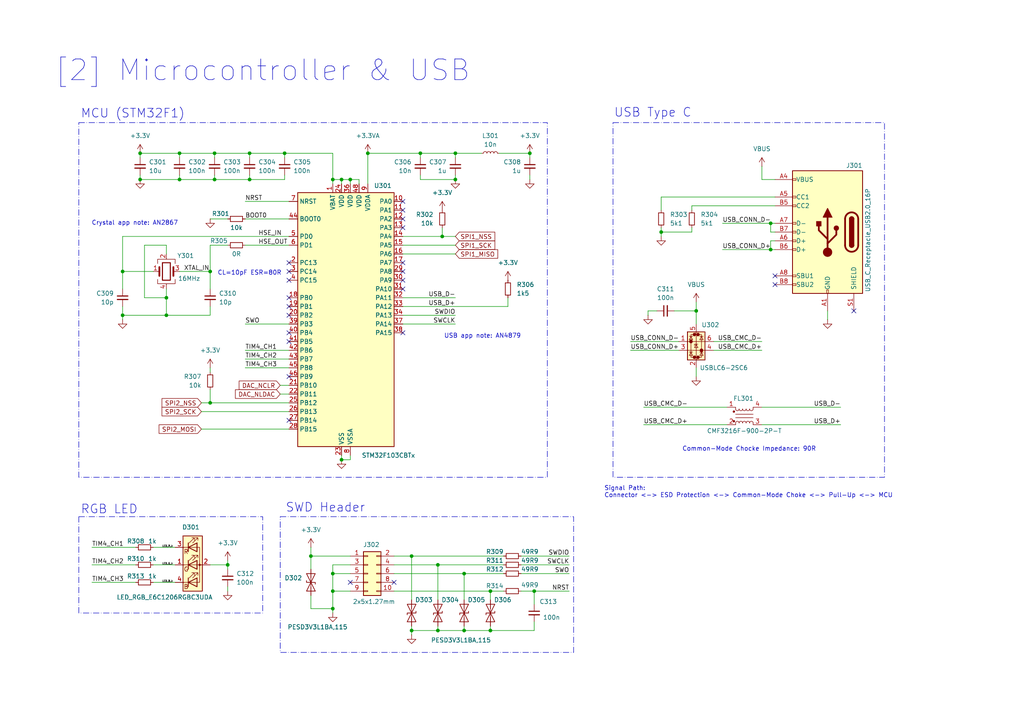
<source format=kicad_sch>
(kicad_sch (version 20231120) (generator "eeschema") (generator_version "8.0")
  (paper "A4")
  (title_block (title "Mixed-Signal Demo PCB") (rev "0.1") (company "Ricardo Cárdenes"))
  (lib_symbols
    (symbol "Connector:USB_C_Receptacle_USB2.0_16P" (pin_names (offset 1.016))
      (property "Reference" "J" (at 0 22.225 0))
      (property "Value" "USB_C_Receptacle_USB2.0_16P" (at 0 19.685 0))
      (symbol "USB_C_Receptacle_USB2.0_16P_1_1"
        (pin passive line (at 0 -22.86 90) (length 5.08) (name "GND") (number "A1"))
        (pin passive line (at 0 -22.86 90) (length 5.08) hide (name "GND") (number "A12"))
        (pin passive line (at 15.24 15.24 180) (length 5.08) (name "VBUS") (number "A4"))
        (pin bidirectional line (at 15.24 10.16 180) (length 5.08) (name "CC1") (number "A5"))
        (pin bidirectional line (at 15.24 -2.54 180) (length 5.08) (name "D+") (number "A6"))
        (pin bidirectional line (at 15.24 2.54 180) (length 5.08) (name "D-") (number "A7"))
        (pin bidirectional line (at 15.24 -12.7 180) (length 5.08) (name "SBU1") (number "A8"))
        (pin passive line (at 15.24 15.24 180) (length 5.08) hide (name "VBUS") (number "A9"))
        (pin passive line (at 0 -22.86 90) (length 5.08) hide (name "GND") (number "B1"))
        (pin passive line (at 0 -22.86 90) (length 5.08) hide (name "GND") (number "B12"))
        (pin passive line (at 15.24 15.24 180) (length 5.08) hide (name "VBUS") (number "B4"))
        (pin bidirectional line (at 15.24 7.62 180) (length 5.08) (name "CC2") (number "B5"))
        (pin bidirectional line (at 15.24 -5.08 180) (length 5.08) (name "D+") (number "B6"))
        (pin bidirectional line (at 15.24 0 180) (length 5.08) (name "D-") (number "B7"))
        (pin bidirectional line (at 15.24 -15.24 180) (length 5.08) (name "SBU2") (number "B8"))
        (pin passive line (at 15.24 15.24 180) (length 5.08) hide (name "VBUS") (number "B9"))
        (pin passive line (at -7.62 -22.86 90) (length 5.08) (name "SHIELD") (number "S1"))
      )
    )
    (symbol "Connector_Generic:Conn_02x05_Odd_Even" (pin_names (offset 1.016) hide)
      (property "Reference" "J" (at 1.27 7.62 0))
      (property "Value" "Conn_02x05_Odd_Even" (at 1.27 -7.62 0))
      (symbol "Conn_02x05_Odd_Even_1_1"
        (pin passive line (at -5.08 5.08 0) (length 3.81) (name "Pin_1") (number "1"))
        (pin passive line (at 7.62 -5.08 180) (length 3.81) (name "Pin_10") (number "10"))
        (pin passive line (at 7.62 5.08 180) (length 3.81) (name "Pin_2") (number "2"))
        (pin passive line (at -5.08 2.54 0) (length 3.81) (name "Pin_3") (number "3"))
        (pin passive line (at 7.62 2.54 180) (length 3.81) (name "Pin_4") (number "4"))
        (pin passive line (at -5.08 0 0) (length 3.81) (name "Pin_5") (number "5"))
        (pin passive line (at 7.62 0 180) (length 3.81) (name "Pin_6") (number "6"))
        (pin passive line (at -5.08 -2.54 0) (length 3.81) (name "Pin_7") (number "7"))
        (pin passive line (at 7.62 -2.54 180) (length 3.81) (name "Pin_8") (number "8"))
        (pin passive line (at -5.08 -5.08 0) (length 3.81) (name "Pin_9") (number "9"))
      )
    )
    (symbol "Device:C_Small" (pin_numbers hide) (pin_names (offset 0.254) hide)
      (property "Reference" "C" (at 0.254 1.778 0))
      (property "Value" "C_Small" (at 0.254 -2.032 0))
      (symbol "C_Small_1_1"
        (pin passive line (at 0 2.54 270) (length 2.032) (name "~") (number "1"))
        (pin passive line (at 0 -2.54 90) (length 2.032) (name "~") (number "2"))
      )
    )
    (symbol "Device:Crystal_GND24" (pin_names (offset 1.016) hide)
      (property "Reference" "Y" (at 3.175 5.08 0))
      (property "Value" "Crystal_GND24" (at 3.175 3.175 0))
      (symbol "Crystal_GND24_1_1"
        (pin passive line (at -3.81 0 0) (length 1.27) (name "1") (number "1"))
        (pin passive line (at 0 5.08 270) (length 1.27) (name "2") (number "2"))
        (pin passive line (at 3.81 0 180) (length 1.27) (name "3") (number "3"))
        (pin passive line (at 0 -5.08 90) (length 1.27) (name "4") (number "4"))
      )
    )
    (symbol "Device:Filter_EMI_LL_1423" (pin_names hide)
      (property "Reference" "FL" (at 0 4.445 0))
      (property "Value" "Filter_EMI_LL_1423" (at 0 -4.445 0))
      (symbol "Filter_EMI_LL_1423_1_1"
        (pin passive line (at -5.08 -2.54 0) (length 2.54) (name "1") (number "1"))
        (pin passive line (at -5.08 2.54 0) (length 2.54) (name "2") (number "2"))
        (pin passive line (at 5.08 2.54 180) (length 2.54) (name "3") (number "3"))
        (pin passive line (at 5.08 -2.54 180) (length 2.54) (name "4") (number "4"))
      )
    )
    (symbol "Device:LED_GARB" (pin_names (offset 0) hide)
      (property "Reference" "D" (at 0 9.398 0))
      (property "Value" "LED_GARB" (at 0 -8.89 0))
      (symbol "LED_GARB_0_0"
        (text "B" (at -1.905 -6.35 0) (effects (font (size 1.27 1.27))))
        (text "G" (at -1.905 -1.27 0) (effects (font (size 1.27 1.27))))
        (text "R" (at -1.905 3.81 0) (effects (font (size 1.27 1.27))))
      )
      (symbol "LED_GARB_1_1"
        (pin passive line (at -5.08 0 0) (length 2.54) (name "GK") (number "1"))
        (pin passive line (at 5.08 0 180) (length 2.54) (name "A") (number "2"))
        (pin passive line (at -5.08 5.08 0) (length 2.54) (name "RK") (number "3"))
        (pin passive line (at -5.08 -5.08 0) (length 2.54) (name "BK") (number "4"))
      )
    )
    (symbol "Device:L_Small" (pin_numbers hide) (pin_names (offset 0.254) hide)
      (property "Reference" "L" (at 0.762 1.016 0))
      (property "Value" "L_Small" (at 0.762 -1.016 0))
      (symbol "L_Small_1_1"
        (pin passive line (at 0 2.54 270) (length 0.508) (name "~") (number "1"))
        (pin passive line (at 0 -2.54 90) (length 0.508) (name "~") (number "2"))
      )
    )
    (symbol "Device:R_Small" (pin_numbers hide) (pin_names (offset 0.254) hide)
      (property "Reference" "R" (at 0.762 0.508 0))
      (property "Value" "R_Small" (at 0.762 -1.016 0))
      (symbol "R_Small_1_1"
        (pin passive line (at 0 2.54 270) (length 0.762) (name "~") (number "1"))
        (pin passive line (at 0 -2.54 90) (length 0.762) (name "~") (number "2"))
      )
    )
    (symbol "Diode:SD05_SOD323" (pin_numbers hide) (pin_names (offset 1.016) hide)
      (property "Reference" "D" (at 0 2.54 0))
      (property "Value" "SD05_SOD323" (at 0 -2.54 0))
      (symbol "SD05_SOD323_1_1"
        (pin passive line (at -3.81 0 0) (length 2.54) (name "A1") (number "1"))
        (pin passive line (at 3.81 0 180) (length 2.54) (name "A2") (number "2"))
      )
    )
    (symbol "MCU_ST_STM32F1:STM32F103CBTx"
      (property "Reference" "U" (at -12.7 39.37 0))
      (property "Value" "STM32F103CBTx" (at 10.16 39.37 0))
      (symbol "STM32F103CBTx_1_1"
        (pin power_in line (at -2.54 40.64 270) (length 2.54) (name "VBAT") (number "1"))
        (pin bidirectional line (at 17.78 35.56 180) (length 2.54) (name "PA0") (number "10"))
        (pin bidirectional line (at 17.78 33.02 180) (length 2.54) (name "PA1") (number "11"))
        (pin bidirectional line (at 17.78 30.48 180) (length 2.54) (name "PA2") (number "12"))
        (pin bidirectional line (at 17.78 27.94 180) (length 2.54) (name "PA3") (number "13"))
        (pin bidirectional line (at 17.78 25.4 180) (length 2.54) (name "PA4") (number "14"))
        (pin bidirectional line (at 17.78 22.86 180) (length 2.54) (name "PA5") (number "15"))
        (pin bidirectional line (at 17.78 20.32 180) (length 2.54) (name "PA6") (number "16"))
        (pin bidirectional line (at 17.78 17.78 180) (length 2.54) (name "PA7") (number "17"))
        (pin bidirectional line (at -15.24 7.62 0) (length 2.54) (name "PB0") (number "18"))
        (pin bidirectional line (at -15.24 5.08 0) (length 2.54) (name "PB1") (number "19"))
        (pin bidirectional line (at -15.24 17.78 0) (length 2.54) (name "PC13") (number "2"))
        (pin bidirectional line (at -15.24 2.54 0) (length 2.54) (name "PB2") (number "20"))
        (pin bidirectional line (at -15.24 -17.78 0) (length 2.54) (name "PB10") (number "21"))
        (pin bidirectional line (at -15.24 -20.32 0) (length 2.54) (name "PB11") (number "22"))
        (pin power_in line (at 0 -38.1 90) (length 2.54) (name "VSS") (number "23"))
        (pin power_in line (at 0 40.64 270) (length 2.54) (name "VDD") (number "24"))
        (pin bidirectional line (at -15.24 -22.86 0) (length 2.54) (name "PB12") (number "25"))
        (pin bidirectional line (at -15.24 -25.4 0) (length 2.54) (name "PB13") (number "26"))
        (pin bidirectional line (at -15.24 -27.94 0) (length 2.54) (name "PB14") (number "27"))
        (pin bidirectional line (at -15.24 -30.48 0) (length 2.54) (name "PB15") (number "28"))
        (pin bidirectional line (at 17.78 15.24 180) (length 2.54) (name "PA8") (number "29"))
        (pin bidirectional line (at -15.24 15.24 0) (length 2.54) (name "PC14") (number "3"))
        (pin bidirectional line (at 17.78 12.7 180) (length 2.54) (name "PA9") (number "30"))
        (pin bidirectional line (at 17.78 10.16 180) (length 2.54) (name "PA10") (number "31"))
        (pin bidirectional line (at 17.78 7.62 180) (length 2.54) (name "PA11") (number "32"))
        (pin bidirectional line (at 17.78 5.08 180) (length 2.54) (name "PA12") (number "33"))
        (pin bidirectional line (at 17.78 2.54 180) (length 2.54) (name "PA13") (number "34"))
        (pin passive line (at 0 -38.1 90) (length 2.54) hide (name "VSS") (number "35"))
        (pin power_in line (at 2.54 40.64 270) (length 2.54) (name "VDD") (number "36"))
        (pin bidirectional line (at 17.78 0 180) (length 2.54) (name "PA14") (number "37"))
        (pin bidirectional line (at 17.78 -2.54 180) (length 2.54) (name "PA15") (number "38"))
        (pin bidirectional line (at -15.24 0 0) (length 2.54) (name "PB3") (number "39"))
        (pin bidirectional line (at -15.24 12.7 0) (length 2.54) (name "PC15") (number "4"))
        (pin bidirectional line (at -15.24 -2.54 0) (length 2.54) (name "PB4") (number "40"))
        (pin bidirectional line (at -15.24 -5.08 0) (length 2.54) (name "PB5") (number "41"))
        (pin bidirectional line (at -15.24 -7.62 0) (length 2.54) (name "PB6") (number "42"))
        (pin bidirectional line (at -15.24 -10.16 0) (length 2.54) (name "PB7") (number "43"))
        (pin input line (at -15.24 30.48 0) (length 2.54) (name "BOOT0") (number "44"))
        (pin bidirectional line (at -15.24 -12.7 0) (length 2.54) (name "PB8") (number "45"))
        (pin bidirectional line (at -15.24 -15.24 0) (length 2.54) (name "PB9") (number "46"))
        (pin passive line (at 0 -38.1 90) (length 2.54) hide (name "VSS") (number "47"))
        (pin power_in line (at 5.08 40.64 270) (length 2.54) (name "VDD") (number "48"))
        (pin bidirectional line (at -15.24 25.4 0) (length 2.54) (name "PD0") (number "5"))
        (pin bidirectional line (at -15.24 22.86 0) (length 2.54) (name "PD1") (number "6"))
        (pin input line (at -15.24 35.56 0) (length 2.54) (name "NRST") (number "7"))
        (pin power_in line (at 2.54 -38.1 90) (length 2.54) (name "VSSA") (number "8"))
        (pin power_in line (at 7.62 40.64 270) (length 2.54) (name "VDDA") (number "9"))
      )
    )
    (symbol "Power_Protection:USBLC6-2SC6" (pin_names hide)
      (property "Reference" "U" (at 0.635 5.715 0))
      (property "Value" "USBLC6-2SC6" (at 0.635 3.81 0))
      (symbol "USBLC6-2SC6_1_1"
        (pin passive line (at -5.08 0 0) (length 2.54) (name "I/O1") (number "1"))
        (pin passive line (at 0 -7.62 90) (length 2.54) (name "GND") (number "2"))
        (pin passive line (at -5.08 -2.54 0) (length 2.54) (name "I/O2") (number "3"))
        (pin passive line (at 5.08 -2.54 180) (length 2.54) (name "I/O2") (number "4"))
        (pin passive line (at 0 5.08 270) (length 2.54) (name "VBUS") (number "5"))
        (pin passive line (at 5.08 0 180) (length 2.54) (name "I/O1") (number "6"))
      )
    )
    (symbol "power:+3.3V" (power) (pin_numbers hide) (pin_names (offset 0) hide)
      (property "Value" "+3.3V" (at 0 3.556 0))
      (symbol "+3.3V_1_1"
        (pin power_in line (at 0 0 90) (length 0) (name "~") (number "1"))
      )
    )
    (symbol "power:+3.3VA" (power) (pin_numbers hide) (pin_names (offset 0) hide)
      (property "Value" "+3.3VA" (at 0 3.556 0))
      (symbol "+3.3VA_1_1"
        (pin power_in line (at 0 0 90) (length 0) (name "~") (number "1"))
      )
    )
    (symbol "power:GND" (power) (pin_numbers hide) (pin_names (offset 0) hide)
      (property "Value" "GND" (at 0 -3.81 0))
      (symbol "GND_1_1"
        (pin power_in line (at 0 0 270) (length 0) (name "~") (number "1"))
      )
    )
    (symbol "power:VBUS" (power) (pin_numbers hide) (pin_names (offset 0) hide)
      (property "Value" "VBUS" (at 0 3.556 0))
      (symbol "VBUS_1_1"
        (pin power_in line (at 0 0 90) (length 0) (name "~") (number "1"))
      )
    )
  )
  (junction (at 134.62 182.88))
  (junction (at 127 163.83))
  (junction (at 96.52 171.45))
  (junction (at 121.92 44.45))
  (junction (at 96.52 176.53))
  (junction (at 134.62 166.37))
  (junction (at 82.55 44.45))
  (junction (at 132.08 44.45))
  (junction (at 201.93 90.17))
  (junction (at 62.23 52.07))
  (junction (at 128.27 68.58))
  (junction (at 66.04 163.83))
  (junction (at 35.56 78.74))
  (junction (at 72.39 44.45))
  (junction (at 62.23 44.45))
  (junction (at 154.94 171.45))
  (junction (at 48.26 91.44))
  (junction (at 191.77 67.31))
  (junction (at 40.64 52.07))
  (junction (at 223.52 72.39))
  (junction (at 48.26 86.36))
  (junction (at 119.38 161.29))
  (junction (at 119.38 182.88))
  (junction (at 72.39 52.07))
  (junction (at 142.24 171.45))
  (junction (at 96.52 166.37))
  (junction (at 60.96 78.74))
  (junction (at 223.52 64.77))
  (junction (at 96.52 52.07))
  (junction (at 60.96 116.84))
  (junction (at 132.08 52.07))
  (junction (at 52.07 52.07))
  (junction (at 106.68 44.45))
  (junction (at 52.07 44.45))
  (junction (at 35.56 91.44))
  (junction (at 90.17 161.29))
  (junction (at 99.06 52.07))
  (junction (at 99.06 133.35))
  (junction (at 153.67 44.45))
  (junction (at 101.6 52.07))
  (junction (at 142.24 182.88))
  (junction (at 127 182.88))
  (junction (at 40.64 44.45))
  (no_connect (at 116.84 83.82))
  (no_connect (at 116.84 60.96))
  (no_connect (at 116.84 58.42))
  (no_connect (at 83.82 121.92))
  (no_connect (at 83.82 99.06))
  (no_connect (at 83.82 81.28))
  (no_connect (at 116.84 66.04))
  (no_connect (at 83.82 86.36))
  (no_connect (at 83.82 78.74))
  (no_connect (at 116.84 78.74))
  (no_connect (at 247.65 90.17))
  (no_connect (at 101.6 168.91))
  (no_connect (at 224.79 82.55))
  (no_connect (at 224.79 80.01))
  (no_connect (at 116.84 96.52))
  (no_connect (at 83.82 76.2))
  (no_connect (at 114.3 168.91))
  (no_connect (at 116.84 81.28))
  (no_connect (at 116.84 63.5))
  (no_connect (at 83.82 88.9))
  (no_connect (at 83.82 109.22))
  (no_connect (at 83.82 91.44))
  (no_connect (at 116.84 76.2))
  (no_connect (at 83.82 96.52))
  (wire (pts (xy 223.52 67.31) (xy 223.52 64.77)))
  (wire (pts (xy 66.04 71.12) (xy 60.96 71.12)))
  (wire (pts (xy 240.03 90.17) (xy 240.03 92.71)))
  (wire (pts (xy 134.62 166.37) (xy 146.05 166.37)))
  (wire (pts (xy 224.79 59.69) (xy 200.66 59.69)))
  (wire (pts (xy 182.88 99.06) (xy 196.85 99.06)))
  (wire (pts (xy 142.24 171.45) (xy 142.24 173.99)))
  (wire (pts (xy 224.79 67.31) (xy 223.52 67.31)))
  (wire (pts (xy 72.39 44.45) (xy 72.39 45.72)))
  (wire (pts (xy 132.08 44.45) (xy 132.08 45.72)))
  (wire (pts (xy 60.96 78.74) (xy 60.96 83.82)))
  (wire (pts (xy 62.23 44.45) (xy 52.07 44.45)))
  (wire (pts (xy 220.98 118.11) (xy 243.84 118.11)))
  (wire (pts (xy 121.92 44.45) (xy 121.92 45.72)))
  (wire (pts (xy 104.14 52.07) (xy 101.6 52.07)))
  (wire (pts (xy 195.58 90.17) (xy 201.93 90.17)))
  (wire (pts (xy 26.67 163.83) (xy 39.37 163.83)))
  (wire (pts (xy 116.84 68.58) (xy 128.27 68.58)))
  (wire (pts (xy 116.84 91.44) (xy 132.08 91.44)))
  (wire (pts (xy 119.38 161.29) (xy 146.05 161.29)))
  (wire (pts (xy 58.42 119.38) (xy 83.82 119.38)))
  (wire (pts (xy 114.3 166.37) (xy 134.62 166.37)))
  (wire (pts (xy 186.69 123.19) (xy 210.82 123.19)))
  (wire (pts (xy 191.77 66.04) (xy 191.77 67.31)))
  (wire (pts (xy 96.52 171.45) (xy 101.6 171.45)))
  (wire (pts (xy 207.01 99.06) (xy 220.98 99.06)))
  (wire (pts (xy 83.82 68.58) (xy 35.56 68.58)))
  (wire (pts (xy 82.55 50.8) (xy 82.55 52.07)))
  (wire (pts (xy 154.94 171.45) (xy 154.94 175.26)))
  (wire (pts (xy 142.24 182.88) (xy 134.62 182.88)))
  (wire (pts (xy 190.5 90.17) (xy 187.96 90.17)))
  (wire (pts (xy 114.3 171.45) (xy 142.24 171.45)))
  (wire (pts (xy 223.52 69.85) (xy 223.52 72.39)))
  (wire (pts (xy 72.39 44.45) (xy 62.23 44.45)))
  (wire (pts (xy 127 181.61) (xy 127 182.88)))
  (wire (pts (xy 48.26 91.44) (xy 35.56 91.44)))
  (wire (pts (xy 114.3 163.83) (xy 127 163.83)))
  (wire (pts (xy 44.45 163.83) (xy 50.8 163.83)))
  (wire (pts (xy 121.92 52.07) (xy 121.92 50.8)))
  (wire (pts (xy 82.55 44.45) (xy 72.39 44.45)))
  (wire (pts (xy 96.52 44.45) (xy 82.55 44.45)))
  (wire (pts (xy 106.68 44.45) (xy 106.68 53.34)))
  (wire (pts (xy 90.17 161.29) (xy 90.17 165.1)))
  (wire (pts (xy 96.52 176.53) (xy 90.17 176.53)))
  (wire (pts (xy 209.55 64.77) (xy 223.52 64.77)))
  (wire (pts (xy 48.26 83.82) (xy 48.26 86.36)))
  (wire (pts (xy 66.04 162.56) (xy 66.04 163.83)))
  (wire (pts (xy 71.12 104.14) (xy 83.82 104.14)))
  (wire (pts (xy 223.52 72.39) (xy 224.79 72.39)))
  (wire (pts (xy 90.17 161.29) (xy 101.6 161.29)))
  (wire (pts (xy 106.68 44.45) (xy 121.92 44.45)))
  (wire (pts (xy 52.07 44.45) (xy 52.07 45.72)))
  (wire (pts (xy 35.56 78.74) (xy 35.56 83.82)))
  (wire (pts (xy 44.45 168.91) (xy 50.8 168.91)))
  (wire (pts (xy 132.08 52.07) (xy 121.92 52.07)))
  (wire (pts (xy 60.96 163.83) (xy 66.04 163.83)))
  (wire (pts (xy 52.07 78.74) (xy 60.96 78.74)))
  (wire (pts (xy 96.52 166.37) (xy 96.52 171.45)))
  (wire (pts (xy 209.55 72.39) (xy 223.52 72.39)))
  (wire (pts (xy 58.42 116.84) (xy 60.96 116.84)))
  (wire (pts (xy 116.84 88.9) (xy 147.32 88.9)))
  (wire (pts (xy 96.52 44.45) (xy 96.52 52.07)))
  (wire (pts (xy 116.84 73.66) (xy 132.08 73.66)))
  (wire (pts (xy 101.6 52.07) (xy 101.6 53.34)))
  (wire (pts (xy 220.98 48.26) (xy 220.98 52.07)))
  (wire (pts (xy 81.28 111.76) (xy 83.82 111.76)))
  (wire (pts (xy 127 163.83) (xy 127 173.99)))
  (wire (pts (xy 26.67 158.75) (xy 39.37 158.75)))
  (wire (pts (xy 191.77 57.15) (xy 191.77 60.96)))
  (wire (pts (xy 96.52 176.53) (xy 96.52 177.8)))
  (wire (pts (xy 134.62 182.88) (xy 127 182.88)))
  (wire (pts (xy 62.23 52.07) (xy 72.39 52.07)))
  (wire (pts (xy 44.45 158.75) (xy 50.8 158.75)))
  (wire (pts (xy 71.12 106.68) (xy 83.82 106.68)))
  (wire (pts (xy 71.12 71.12) (xy 83.82 71.12)))
  (wire (pts (xy 200.66 66.04) (xy 200.66 67.31)))
  (wire (pts (xy 147.32 86.36) (xy 147.32 88.9)))
  (wire (pts (xy 119.38 182.88) (xy 119.38 184.15)))
  (wire (pts (xy 48.26 73.66) (xy 48.26 71.12)))
  (wire (pts (xy 99.06 52.07) (xy 99.06 53.34)))
  (wire (pts (xy 186.69 118.11) (xy 210.82 118.11)))
  (wire (pts (xy 224.79 57.15) (xy 191.77 57.15)))
  (wire (pts (xy 99.06 132.08) (xy 99.06 133.35)))
  (wire (pts (xy 104.14 53.34) (xy 104.14 52.07)))
  (wire (pts (xy 52.07 50.8) (xy 52.07 52.07)))
  (wire (pts (xy 154.94 182.88) (xy 142.24 182.88)))
  (wire (pts (xy 71.12 63.5) (xy 83.82 63.5)))
  (wire (pts (xy 40.64 44.45) (xy 40.64 45.72)))
  (wire (pts (xy 151.13 166.37) (xy 165.1 166.37)))
  (wire (pts (xy 201.93 90.17) (xy 201.93 93.98)))
  (wire (pts (xy 40.64 50.8) (xy 40.64 52.07)))
  (wire (pts (xy 201.93 87.63) (xy 201.93 90.17)))
  (wire (pts (xy 224.79 69.85) (xy 223.52 69.85)))
  (wire (pts (xy 71.12 93.98) (xy 83.82 93.98)))
  (wire (pts (xy 151.13 171.45) (xy 154.94 171.45)))
  (wire (pts (xy 187.96 90.17) (xy 187.96 91.44)))
  (wire (pts (xy 132.08 44.45) (xy 139.7 44.45)))
  (wire (pts (xy 71.12 58.42) (xy 83.82 58.42)))
  (wire (pts (xy 71.12 101.6) (xy 83.82 101.6)))
  (wire (pts (xy 119.38 181.61) (xy 119.38 182.88)))
  (wire (pts (xy 90.17 176.53) (xy 90.17 172.72)))
  (wire (pts (xy 66.04 163.83) (xy 66.04 165.1)))
  (wire (pts (xy 200.66 67.31) (xy 191.77 67.31)))
  (wire (pts (xy 134.62 181.61) (xy 134.62 182.88)))
  (wire (pts (xy 52.07 52.07) (xy 62.23 52.07)))
  (wire (pts (xy 35.56 91.44) (xy 35.56 92.71)))
  (wire (pts (xy 41.91 86.36) (xy 48.26 86.36)))
  (wire (pts (xy 60.96 91.44) (xy 48.26 91.44)))
  (wire (pts (xy 48.26 71.12) (xy 41.91 71.12)))
  (wire (pts (xy 127 182.88) (xy 119.38 182.88)))
  (wire (pts (xy 96.52 163.83) (xy 96.52 166.37)))
  (wire (pts (xy 66.04 63.5) (xy 60.96 63.5)))
  (wire (pts (xy 200.66 59.69) (xy 200.66 60.96)))
  (wire (pts (xy 220.98 123.19) (xy 243.84 123.19)))
  (wire (pts (xy 72.39 52.07) (xy 82.55 52.07)))
  (wire (pts (xy 128.27 66.04) (xy 128.27 68.58)))
  (wire (pts (xy 121.92 44.45) (xy 132.08 44.45)))
  (wire (pts (xy 153.67 44.45) (xy 153.67 45.72)))
  (wire (pts (xy 60.96 106.68) (xy 60.96 107.95)))
  (wire (pts (xy 96.52 52.07) (xy 96.52 53.34)))
  (wire (pts (xy 154.94 180.34) (xy 154.94 182.88)))
  (wire (pts (xy 153.67 50.8) (xy 153.67 52.07)))
  (wire (pts (xy 52.07 44.45) (xy 40.64 44.45)))
  (wire (pts (xy 119.38 161.29) (xy 119.38 173.99)))
  (wire (pts (xy 90.17 158.75) (xy 90.17 161.29)))
  (wire (pts (xy 96.52 171.45) (xy 96.52 176.53)))
  (wire (pts (xy 116.84 93.98) (xy 132.08 93.98)))
  (wire (pts (xy 60.96 113.03) (xy 60.96 116.84)))
  (wire (pts (xy 101.6 52.07) (xy 99.06 52.07)))
  (wire (pts (xy 96.52 166.37) (xy 101.6 166.37)))
  (wire (pts (xy 26.67 168.91) (xy 39.37 168.91)))
  (wire (pts (xy 142.24 181.61) (xy 142.24 182.88)))
  (wire (pts (xy 48.26 86.36) (xy 48.26 91.44)))
  (wire (pts (xy 60.96 71.12) (xy 60.96 78.74)))
  (wire (pts (xy 151.13 163.83) (xy 165.1 163.83)))
  (wire (pts (xy 60.96 88.9) (xy 60.96 91.44)))
  (wire (pts (xy 60.96 116.84) (xy 83.82 116.84)))
  (wire (pts (xy 116.84 86.36) (xy 132.08 86.36)))
  (wire (pts (xy 41.91 71.12) (xy 41.91 86.36)))
  (wire (pts (xy 132.08 50.8) (xy 132.08 52.07)))
  (wire (pts (xy 62.23 50.8) (xy 62.23 52.07)))
  (wire (pts (xy 81.28 114.3) (xy 83.82 114.3)))
  (wire (pts (xy 142.24 171.45) (xy 146.05 171.45)))
  (wire (pts (xy 99.06 52.07) (xy 96.52 52.07)))
  (wire (pts (xy 35.56 68.58) (xy 35.56 78.74)))
  (wire (pts (xy 151.13 161.29) (xy 165.1 161.29)))
  (wire (pts (xy 207.01 101.6) (xy 220.98 101.6)))
  (wire (pts (xy 114.3 161.29) (xy 119.38 161.29)))
  (wire (pts (xy 116.84 71.12) (xy 132.08 71.12)))
  (wire (pts (xy 191.77 67.31) (xy 191.77 68.58)))
  (wire (pts (xy 223.52 64.77) (xy 224.79 64.77)))
  (wire (pts (xy 66.04 170.18) (xy 66.04 171.45)))
  (wire (pts (xy 128.27 68.58) (xy 132.08 68.58)))
  (wire (pts (xy 144.78 44.45) (xy 153.67 44.45)))
  (wire (pts (xy 201.93 106.68) (xy 201.93 109.22)))
  (wire (pts (xy 72.39 50.8) (xy 72.39 52.07)))
  (wire (pts (xy 62.23 44.45) (xy 62.23 45.72)))
  (wire (pts (xy 182.88 101.6) (xy 196.85 101.6)))
  (wire (pts (xy 134.62 166.37) (xy 134.62 173.99)))
  (wire (pts (xy 101.6 163.83) (xy 96.52 163.83)))
  (wire (pts (xy 82.55 44.45) (xy 82.55 45.72)))
  (wire (pts (xy 127 163.83) (xy 146.05 163.83)))
  (wire (pts (xy 101.6 133.35) (xy 101.6 132.08)))
  (wire (pts (xy 99.06 133.35) (xy 101.6 133.35)))
  (wire (pts (xy 35.56 78.74) (xy 44.45 78.74)))
  (wire (pts (xy 154.94 171.45) (xy 165.1 171.45)))
  (wire (pts (xy 35.56 88.9) (xy 35.56 91.44)))
  (wire (pts (xy 58.42 124.46) (xy 83.82 124.46)))
  (wire (pts (xy 40.64 52.07) (xy 52.07 52.07)))
  (wire (pts (xy 224.79 52.07) (xy 220.98 52.07)))
  (rectangle (start 81.28 149.86) (end 166.37 189.23) (stroke (width 0) (type dash_dot)))
  (rectangle (start 22.86 35.56) (end 158.75 138.43) (stroke (width 0) (type dash_dot)))
  (rectangle (start 22.86 149.86) (end 76.2 177.8) (stroke (width 0) (type dash_dot)))
  (rectangle (start 177.8 35.56) (end 256.54 138.43) (stroke (width 0) (type dash_dot)))
  (text "MCU (STM32F1)" (at 23.368 33.02 0) (effects (font (size 2.54 2.54)) (justify left)))
  (text "[2] Microcontroller & USB" (at 76.2 20.574 0) (effects (font (size 6 6))))
  (text "RGB LED" (at 23.368 147.828 0) (effects (font (size 2.54 2.54)) (justify left)))
  (text "SWD Header" (at 82.804 147.32 0) (effects (font (size 2.54 2.54)) (justify left)))
  (text "Crystal app note: AN2867" (at 39.116 64.77 0) (effects (font (size 1.27 1.27))))
  (text "CL=10pF ESR=80R" (at 72.39 79.248 0) (effects (font (size 1.27 1.27))))
  (text "Signal Path:\nConnector <-> ESD Protection <-> Common-Mode Choke <-> Pull-Up <-> MCU" (at 175.26 142.748 0) (effects (font (size 1.27 1.27)) (justify left)))
  (text "USB app note: AN4879" (at 139.954 97.536 0) (effects (font (size 1.27 1.27))))
  (text "Common-Mode Chocke Impedance: 90R" (at 197.866 130.302 0) (effects (font (size 1.27 1.27)) (justify left)))
  (text "USB Type C" (at 178.054 32.766 0) (effects (font (size 2.54 2.54)) (justify left)))
  (label "NRST" (at 165.1 171.45 180))
  (label "LED_R_k" (at 46.99 158.75 0) (effects (font (size 0.5 0.5))))
  (label "USB_D+" (at 243.84 123.19 180))
  (label "TIM4_CH1" (at 71.12 101.6 0))
  (label "LED_G_k" (at 46.99 163.83 0) (effects (font (size 0.5 0.5))))
  (label "USB_CMC_D-" (at 186.69 118.11 0))
  (label "SWO" (at 165.1 166.37 180))
  (label "USB_CMC_D+" (at 220.98 101.6 180))
  (label "TIM4_CH3" (at 71.12 106.68 0))
  (label "SWDIO" (at 132.08 91.44 180))
  (label "SWDIO" (at 165.1 161.29 180))
  (label "USB_D-" (at 132.08 86.36 180))
  (label "BOOT0" (at 71.12 63.5 0))
  (label "TIM4_CH2" (at 71.12 104.14 0))
  (label "USB_CMC_D-" (at 220.98 99.06 180))
  (label "HSE_OUT" (at 74.93 71.12 0))
  (label "SWO" (at 71.12 93.98 0))
  (label "LED_B_k" (at 46.99 168.91 0) (effects (font (size 0.5 0.5))))
  (label "USB_CONN_D+" (at 209.55 72.39 0))
  (label "XTAL_IN" (at 53.34 78.74 0))
  (label "NRST" (at 71.12 58.42 0))
  (label "SWCLK" (at 132.08 93.98 180))
  (label "USB_CONN_D-" (at 182.88 99.06 0))
  (label "USB_CONN_D-" (at 209.55 64.77 0))
  (label "TIM4_CH1" (at 26.67 158.75 0))
  (label "TIM4_CH3" (at 26.67 168.91 0))
  (label "USB_D+" (at 132.08 88.9 180))
  (label "USB_D-" (at 243.84 118.11 180))
  (label "SWCLK" (at 165.1 163.83 180))
  (label "USB_CONN_D+" (at 182.88 101.6 0))
  (label "HSE_IN" (at 74.93 68.58 0))
  (label "USB_CMC_D+" (at 186.69 123.19 0))
  (label "TIM4_CH2" (at 26.67 163.83 0))
  (global_label "DAC_NLDAC" (shape input) (at 81.28 114.3 180) (property "Intersheetrefs" "${INTERSHEET_REFS}" (effects (hide yes))))
  (global_label "DAC_NCLR" (shape input) (at 81.28 111.76 180) (property "Intersheetrefs" "${INTERSHEET_REFS}" (effects (hide yes))))
  (global_label "SPI1_MISO" (shape input) (at 132.08 73.66 0) (property "Intersheetrefs" "${INTERSHEET_REFS}" (effects (hide yes))))
  (global_label "SPI1_SCK" (shape input) (at 132.08 71.12 0) (property "Intersheetrefs" "${INTERSHEET_REFS}" (effects (hide yes))))
  (global_label "SPI2_MOSI" (shape input) (at 58.42 124.46 180) (property "Intersheetrefs" "${INTERSHEET_REFS}" (effects (hide yes))))
  (global_label "SPI2_SCK" (shape input) (at 58.42 119.38 180) (property "Intersheetrefs" "${INTERSHEET_REFS}" (effects (hide yes))))
  (global_label "SPI1_NSS" (shape input) (at 132.08 68.58 0) (property "Intersheetrefs" "${INTERSHEET_REFS}" (effects (hide yes))))
  (global_label "SPI2_NSS" (shape input) (at 58.42 116.84 180) (property "Intersheetrefs" "${INTERSHEET_REFS}" (effects (hide yes))))
  (symbol (lib_id "Device:R_Small") (at 148.59 161.29 90) (unit 1)
    (property "Reference" "R309" (at 143.51 160.02 90))
    (property "Value" "49R9" (at 153.67 160.02 90))
    (property "Footprint" "Resistor_SMD:R_0402_1005Metric" (effects (hide yes)))
    (property "Description" "Resistor, small symbol" (effects (hide yes)))
  )
  (symbol (lib_id "Device:Filter_EMI_LL_1423") (at 215.9 120.65 0) (mirror x) (unit 1)
    (property "Reference" "FL301" (at 215.646 115.57 0))
    (property "Value" "CMF3216F-900-2P-T" (at 215.9 124.968 0))
    (property "Footprint" "Missing_Footprints:CMF3216F" (effects (hide yes)))
    (property "Description" "EMI 2-inductor filter, pin-connections 1-4 and 2-3" (effects (hide yes)))
    (property "MPN" "C963740" (effects (hide yes)))
  )
  (symbol (lib_id "Diode:SD05_SOD323") (at 90.17 168.91 90) (unit 1)
    (property "Reference" "D302" (at 87.63 167.6399 90) (effects (justify left)))
    (property "Value" "PESD3V3L1BA,115" (at 100.838 181.864 90) (effects (justify left)))
    (property "Footprint" "Diode_SMD:D_SOD-323" (effects (hide yes)))
    (property "Datasheet" "https://www.littelfuse.com/~/media/electronics/datasheets/tvs_diode_arrays/littelfuse_tvs_diode_array_sd_c_datasheet.pdf.pdf" (effects (hide yes)))
    (property "Description" "5V, 450W Discrete Bidirectional TVS Diode, SOD-323" (effects (hide yes)))
    (property "MPN" "C51450" (effects (hide yes)))
  )
  (symbol (lib_id "Diode:SD05_SOD323") (at 134.62 177.8 270) (mirror x) (unit 1)
    (property "Reference" "D305" (at 135.636 173.99 90) (effects (justify left)))
    (property "Value" "PESD3V3L1BA,115" (effects (hide yes)))
    (property "Footprint" "Diode_SMD:D_SOD-323" (effects (hide yes)))
    (property "Datasheet" "https://www.littelfuse.com/~/media/electronics/datasheets/tvs_diode_arrays/littelfuse_tvs_diode_array_sd_c_datasheet.pdf.pdf" (effects (hide yes)))
    (property "Description" "5V, 450W Discrete Bidirectional TVS Diode, SOD-323" (effects (hide yes)))
    (property "MPN" "C51450" (effects (hide yes)))
  )
  (symbol (lib_id "Diode:SD05_SOD323") (at 119.38 177.8 270) (mirror x) (unit 1)
    (property "Reference" "D303" (at 120.396 173.99 90) (effects (justify left)))
    (property "Value" "PESD3V3L1BA,115" (at 124.968 185.674 90) (effects (justify left)))
    (property "Footprint" "Diode_SMD:D_SOD-323" (effects (hide yes)))
    (property "Datasheet" "https://www.littelfuse.com/~/media/electronics/datasheets/tvs_diode_arrays/littelfuse_tvs_diode_array_sd_c_datasheet.pdf.pdf" (effects (hide yes)))
    (property "Description" "5V, 450W Discrete Bidirectional TVS Diode, SOD-323" (effects (hide yes)))
    (property "MPN" "C51450" (effects (hide yes)))
  )
  (symbol (lib_id "power:GND") (at 60.96 63.5 0) (unit 1)
    (property "Reference" "#PWR0309" (effects (hide yes)))
    (property "Value" "GND" (effects (hide yes)))
    (property "Description" "Power symbol creates a global label with name \"GND\" , ground" (effects (hide yes)))
  )
  (symbol (lib_id "Device:LED_GARB") (at 55.88 163.83 0) (unit 1)
    (property "Reference" "D301" (at 55.372 152.908 0))
    (property "Value" "LED_RGB_E6C1206RGBC3UDA" (at 47.752 173.228 0))
    (property "Footprint" "Missing_Footprints:E6C1206RGBC3UDA" (effects (hide yes)))
    (property "Description" "RGB LED, green/anode/red/blue" (effects (hide yes)))
  )
  (symbol (lib_id "Device:Crystal_GND24") (at 48.26 78.74 0) (unit 1)
    (property "Reference" "Y301" (at 53.848 74.168 0))
    (property "Value" "16MHz" (at 54.864 80.772 0))
    (property "Description" "Four pin crystal, GND on pins 2 and 4" (effects (hide yes)))
  )
  (symbol (lib_id "power:+3.3V") (at 90.17 158.75 0) (unit 1)
    (property "Reference" "#PWR0319" (effects (hide yes)))
    (property "Value" "+3.3V" (at 90.17 153.67 0))
    (property "Description" "Power symbol creates a global label with name \"+3.3V\"" (effects (hide yes)))
  )
  (symbol (lib_id "Device:R_Small") (at 41.91 168.91 90) (unit 1)
    (property "Reference" "R313" (at 39.37 167.132 90))
    (property "Value" "1k" (at 44.196 167.132 90))
    (property "Footprint" "Resistor_SMD:R_0402_1005Metric" (effects (hide yes)))
    (property "Description" "Resistor, small symbol" (effects (hide yes)))
  )
  (symbol (lib_id "Device:C_Small") (at 154.94 177.8 0) (unit 1)
    (property "Reference" "C313" (at 156.464 174.498 0) (effects (justify left)))
    (property "Value" "100n" (at 157.48 179.0762 0) (effects (justify left)))
    (property "Footprint" "Capacitor_SMD:C_0402_1005Metric" (effects (hide yes)))
    (property "Description" "Unpolarized capacitor, small symbol" (effects (hide yes)))
  )
  (symbol (lib_id "Device:C_Small") (at 62.23 48.26 0) (unit 1)
    (property "Reference" "C303" (at 64.77 46.9962 0) (effects (justify left)))
    (property "Value" "100n" (at 64.77 49.5362 0) (effects (justify left)))
    (property "Footprint" "Capacitor_SMD:C_0402_1005Metric" (effects (hide yes)))
    (property "Description" "Unpolarized capacitor, small symbol" (effects (hide yes)))
  )
  (symbol (lib_id "Diode:SD05_SOD323") (at 127 177.8 270) (mirror x) (unit 1)
    (property "Reference" "D304" (at 128.016 173.99 90) (effects (justify left)))
    (property "Value" "PESD3V3L1BA,115" (effects (hide yes)))
    (property "Footprint" "Diode_SMD:D_SOD-323" (effects (hide yes)))
    (property "Datasheet" "https://www.littelfuse.com/~/media/electronics/datasheets/tvs_diode_arrays/littelfuse_tvs_diode_array_sd_c_datasheet.pdf.pdf" (effects (hide yes)))
    (property "Description" "5V, 450W Discrete Bidirectional TVS Diode, SOD-323" (effects (hide yes)))
    (property "MPN" "C51450" (effects (hide yes)))
  )
  (symbol (lib_id "power:GND") (at 99.06 133.35 0) (unit 1)
    (property "Reference" "#PWR0318" (effects (hide yes)))
    (property "Value" "GND" (effects (hide yes)))
    (property "Description" "Power symbol creates a global label with name \"GND\" , ground" (effects (hide yes)))
  )
  (symbol (lib_id "power:VBUS") (at 220.98 48.26 0) (unit 1)
    (property "Reference" "#PWR0304" (effects (hide yes)))
    (property "Value" "VBUS" (at 220.98 43.18 0))
    (property "Description" "Power symbol creates a global label with name \"VBUS\"" (effects (hide yes)))
  )
  (symbol (lib_id "Device:C_Small") (at 193.04 90.17 90) (unit 1)
    (property "Reference" "C311" (at 193.0463 83.82 90))
    (property "Value" "100n" (at 193.0463 86.36 90))
    (property "Footprint" "Capacitor_SMD:C_0402_1005Metric" (effects (hide yes)))
    (property "Description" "Unpolarized capacitor, small symbol" (effects (hide yes)))
  )
  (symbol (lib_id "Device:R_Small") (at 191.77 63.5 0) (unit 1)
    (property "Reference" "R303" (at 194.31 62.2299 0) (effects (justify left)))
    (property "Value" "5k1" (at 194.31 64.7699 0) (effects (justify left)))
    (property "Footprint" "Resistor_SMD:R_0402_1005Metric" (effects (hide yes)))
    (property "Description" "Resistor, small symbol" (effects (hide yes)))
  )
  (symbol (lib_id "power:GND") (at 132.08 52.07 0) (unit 1)
    (property "Reference" "#PWR0306" (effects (hide yes)))
    (property "Value" "GND" (effects (hide yes)))
    (property "Description" "Power symbol creates a global label with name \"GND\" , ground" (effects (hide yes)))
  )
  (symbol (lib_id "Device:R_Small") (at 148.59 171.45 90) (unit 1)
    (property "Reference" "R314" (at 143.51 169.926 90))
    (property "Value" "49R9" (at 153.67 169.672 90))
    (property "Footprint" "Resistor_SMD:R_0402_1005Metric" (effects (hide yes)))
    (property "Description" "Resistor, small symbol" (effects (hide yes)))
  )
  (symbol (lib_id "Device:C_Small") (at 60.96 86.36 0) (unit 1)
    (property "Reference" "C310" (at 63.5 85.0962 0) (effects (justify left)))
    (property "Value" "10p" (at 63.5 87.6362 0) (effects (justify left)))
    (property "Footprint" "Capacitor_SMD:C_0402_1005Metric" (effects (hide yes)))
    (property "Description" "Unpolarized capacitor, small symbol" (effects (hide yes)))
  )
  (symbol (lib_id "Device:C_Small") (at 66.04 167.64 0) (unit 1)
    (property "Reference" "C312" (at 68.58 166.3762 0) (effects (justify left)))
    (property "Value" "100n" (at 68.58 168.9162 0) (effects (justify left)))
    (property "Footprint" "Capacitor_SMD:C_0402_1005Metric" (effects (hide yes)))
    (property "Description" "Unpolarized capacitor, small symbol" (effects (hide yes)))
  )
  (symbol (lib_id "power:+3.3V") (at 40.64 44.45 0) (unit 1)
    (property "Reference" "#PWR0301" (effects (hide yes)))
    (property "Value" "+3.3V" (at 40.64 39.37 0))
    (property "Description" "Power symbol creates a global label with name \"+3.3V\"" (effects (hide yes)))
  )
  (symbol (lib_id "power:+3.3V") (at 60.96 106.68 0) (unit 1)
    (property "Reference" "#PWR0316" (effects (hide yes)))
    (property "Value" "+3.3V" (at 60.96 101.6 0))
    (property "Description" "Power symbol creates a global label with name \"+3.3V\"" (effects (hide yes)))
  )
  (symbol (lib_id "power:GND") (at 153.67 52.07 0) (unit 1)
    (property "Reference" "#PWR0307" (effects (hide yes)))
    (property "Value" "GND" (effects (hide yes)))
    (property "Description" "Power symbol creates a global label with name \"GND\" , ground" (effects (hide yes)))
  )
  (symbol (lib_id "power:GND") (at 35.56 92.71 0) (unit 1)
    (property "Reference" "#PWR0314" (effects (hide yes)))
    (property "Value" "GND" (effects (hide yes)))
    (property "Description" "Power symbol creates a global label with name \"GND\" , ground" (effects (hide yes)))
  )
  (symbol (lib_id "Device:C_Small") (at 35.56 86.36 0) (mirror y) (unit 1)
    (property "Reference" "C309" (at 33.02 85.0962 0) (effects (justify left)))
    (property "Value" "10p" (at 33.02 87.6362 0) (effects (justify left)))
    (property "Footprint" "Capacitor_SMD:C_0402_1005Metric" (effects (hide yes)))
    (property "Description" "Unpolarized capacitor, small symbol" (effects (hide yes)))
  )
  (symbol (lib_id "power:GND") (at 187.96 91.44 0) (unit 1)
    (property "Reference" "#PWR0313" (effects (hide yes)))
    (property "Value" "GND" (effects (hide yes)))
    (property "Description" "Power symbol creates a global label with name \"GND\" , ground" (effects (hide yes)))
  )
  (symbol (lib_id "power:+3.3V") (at 66.04 162.56 0) (unit 1)
    (property "Reference" "#PWR0320" (effects (hide yes)))
    (property "Value" "+3.3V" (at 66.04 157.48 0))
    (property "Description" "Power symbol creates a global label with name \"+3.3V\"" (effects (hide yes)))
  )
  (symbol (lib_id "power:GND") (at 96.52 177.8 0) (unit 1)
    (property "Reference" "#PWR0322" (effects (hide yes)))
    (property "Value" "GND" (effects (hide yes)))
    (property "Description" "Power symbol creates a global label with name \"GND\" , ground" (effects (hide yes)))
  )
  (symbol (lib_id "Device:R_Small") (at 68.58 71.12 90) (mirror x) (unit 1)
    (property "Reference" "R305" (at 63.5 69.85 90))
    (property "Value" "0R" (at 68.58 73.66 90))
    (property "Footprint" "Resistor_SMD:R_0402_1005Metric" (effects (hide yes)))
    (property "Description" "Resistor, small symbol" (effects (hide yes)))
  )
  (symbol (lib_id "Device:C_Small") (at 132.08 48.26 0) (mirror y) (unit 1)
    (property "Reference" "C307" (at 129.54 46.9962 0) (effects (justify left)))
    (property "Value" "1u" (at 129.54 49.5362 0) (effects (justify left)))
    (property "Footprint" "Capacitor_SMD:C_0402_1005Metric" (effects (hide yes)))
    (property "Description" "Unpolarized capacitor, small symbol" (effects (hide yes)))
  )
  (symbol (lib_id "Power_Protection:USBLC6-2SC6") (at 201.93 99.06 0) (unit 1)
    (property "Reference" "U302" (at 203.454 94.234 0) (effects (justify left)))
    (property "Value" "USBLC6-2SC6" (at 202.946 106.68 0) (effects (justify left)))
    (property "Footprint" "Package_TO_SOT_SMD:SOT-23-6" (effects (hide yes)))
    (property "Datasheet" "https://www.st.com/resource/en/datasheet/usblc6-2.pdf" (effects (hide yes)))
    (property "Description" "Very low capacitance ESD protection diode, 2 data-line, SOT-23-6" (effects (hide yes)))
  )
  (symbol (lib_id "Diode:SD05_SOD323") (at 142.24 177.8 270) (mirror x) (unit 1)
    (property "Reference" "D306" (at 143.256 173.99 90) (effects (justify left)))
    (property "Value" "PESD3V3L1BA,115" (effects (hide yes)))
    (property "Footprint" "Diode_SMD:D_SOD-323" (effects (hide yes)))
    (property "Datasheet" "https://www.littelfuse.com/~/media/electronics/datasheets/tvs_diode_arrays/littelfuse_tvs_diode_array_sd_c_datasheet.pdf.pdf" (effects (hide yes)))
    (property "Description" "5V, 450W Discrete Bidirectional TVS Diode, SOD-323" (effects (hide yes)))
    (property "MPN" "C51450" (effects (hide yes)))
  )
  (symbol (lib_id "power:GND") (at 191.77 68.58 0) (unit 1)
    (property "Reference" "#PWR0310" (effects (hide yes)))
    (property "Value" "GND" (effects (hide yes)))
    (property "Description" "Power symbol creates a global label with name \"GND\" , ground" (effects (hide yes)))
  )
  (symbol (lib_id "power:GND") (at 201.93 109.22 0) (unit 1)
    (property "Reference" "#PWR0317" (effects (hide yes)))
    (property "Value" "GND" (effects (hide yes)))
    (property "Description" "Power symbol creates a global label with name \"GND\" , ground" (effects (hide yes)))
  )
  (symbol (lib_id "Device:L_Small") (at 142.24 44.45 90) (unit 1)
    (property "Reference" "L301" (at 142.24 39.37 90))
    (property "Value" "10n" (at 142.24 41.91 90))
    (property "Footprint" "Inductor_SMD:L_0402_1005Metric" (effects (hide yes)))
    (property "Description" "Inductor, small symbol" (effects (hide yes)))
  )
  (symbol (lib_id "Device:C_Small") (at 82.55 48.26 0) (unit 1)
    (property "Reference" "C305" (at 85.09 46.9962 0) (effects (justify left)))
    (property "Value" "100n" (at 85.09 49.5362 0) (effects (justify left)))
    (property "Footprint" "Capacitor_SMD:C_0402_1005Metric" (effects (hide yes)))
    (property "Description" "Unpolarized capacitor, small symbol" (effects (hide yes)))
  )
  (symbol (lib_id "power:+3.3V") (at 128.27 60.96 0) (unit 1)
    (property "Reference" "#PWR0308" (effects (hide yes)))
    (property "Value" "+3.3V" (at 128.27 55.88 0))
    (property "Description" "Power symbol creates a global label with name \"+3.3V\"" (effects (hide yes)))
  )
  (symbol (lib_id "power:GND") (at 240.03 92.71 0) (unit 1)
    (property "Reference" "#PWR0315" (effects (hide yes)))
    (property "Value" "GND" (effects (hide yes)))
    (property "Description" "Power symbol creates a global label with name \"GND\" , ground" (effects (hide yes)))
  )
  (symbol (lib_id "MCU_ST_STM32F1:STM32F103CBTx") (at 99.06 93.98 0) (unit 1)
    (property "Reference" "U301" (at 108.458 53.848 0) (effects (justify left)))
    (property "Value" "STM32F103CBTx" (at 104.902 132.08 0) (effects (justify left)))
    (property "Footprint" "Package_QFP:LQFP-48_7x7mm_P0.5mm" (effects (hide yes)))
    (property "Datasheet" "https://www.st.com/resource/en/datasheet/stm32f103cb.pdf" (effects (hide yes)))
    (property "Description" "STMicroelectronics Arm Cortex-M3 MCU, 128KB flash, 20KB RAM, 72 MHz, 2.0-3.6V, 37 GPIO, LQFP48" (effects (hide yes)))
  )
  (symbol (lib_id "Device:R_Small") (at 200.66 63.5 0) (unit 1)
    (property "Reference" "R304" (at 203.2 62.2299 0) (effects (justify left)))
    (property "Value" "5k1" (at 203.2 64.7699 0) (effects (justify left)))
    (property "Footprint" "Resistor_SMD:R_0402_1005Metric" (effects (hide yes)))
    (property "Description" "Resistor, small symbol" (effects (hide yes)))
  )
  (symbol (lib_id "Device:R_Small") (at 147.32 83.82 0) (unit 1)
    (property "Reference" "R306" (at 149.86 82.5499 0) (effects (justify left)))
    (property "Value" "1k5" (at 149.86 85.0899 0) (effects (justify left)))
    (property "Footprint" "Resistor_SMD:R_0402_1005Metric" (effects (hide yes)))
    (property "Description" "Resistor, small symbol" (effects (hide yes)))
  )
  (symbol (lib_id "Device:R_Small") (at 68.58 63.5 90) (unit 1)
    (property "Reference" "R301" (at 64.008 61.976 90))
    (property "Value" "10k" (at 68.58 66.04 90))
    (property "Footprint" "Resistor_SMD:R_0402_1005Metric" (effects (hide yes)))
    (property "Description" "Resistor, small symbol" (effects (hide yes)))
  )
  (symbol (lib_id "Connector:USB_C_Receptacle_USB2.0_16P") (at 240.03 67.31 0) (mirror y) (unit 1)
    (property "Reference" "J301" (at 245.364 48.006 0) (effects (justify right)))
    (property "Value" "USB_C_Receptacle_USB2.0_16P" (at 251.714 54.61 90) (effects (justify right)))
    (property "Datasheet" "https://www.usb.org/sites/default/files/documents/usb_type-c.zip" (effects (hide yes)))
    (property "Description" "USB 2.0-only 16P Type-C Receptacle connector" (effects (hide yes)))
  )
  (symbol (lib_id "power:GND") (at 119.38 184.15 0) (unit 1)
    (property "Reference" "#PWR0323" (effects (hide yes)))
    (property "Value" "GND" (effects (hide yes)))
    (property "Description" "Power symbol creates a global label with name \"GND\" , ground" (effects (hide yes)))
  )
  (symbol (lib_id "Device:C_Small") (at 121.92 48.26 0) (mirror y) (unit 1)
    (property "Reference" "C306" (at 119.38 46.9962 0) (effects (justify left)))
    (property "Value" "10n" (at 119.38 49.5362 0) (effects (justify left)))
    (property "Footprint" "Capacitor_SMD:C_0402_1005Metric" (effects (hide yes)))
    (property "Description" "Unpolarized capacitor, small symbol" (effects (hide yes)))
  )
  (symbol (lib_id "Device:R_Small") (at 41.91 158.75 90) (unit 1)
    (property "Reference" "R308" (at 39.37 156.972 90))
    (property "Value" "1k" (at 44.196 156.972 90))
    (property "Footprint" "Resistor_SMD:R_0402_1005Metric" (effects (hide yes)))
    (property "Description" "Resistor, small symbol" (effects (hide yes)))
  )
  (symbol (lib_id "Device:R_Small") (at 148.59 166.37 90) (unit 1)
    (property "Reference" "R312" (at 143.51 165.1 90))
    (property "Value" "49R9" (at 153.67 165.1 90))
    (property "Footprint" "Resistor_SMD:R_0402_1005Metric" (effects (hide yes)))
    (property "Description" "Resistor, small symbol" (effects (hide yes)))
  )
  (symbol (lib_id "Device:C_Small") (at 52.07 48.26 0) (unit 1)
    (property "Reference" "C302" (at 54.61 46.9962 0) (effects (justify left)))
    (property "Value" "100n" (at 54.61 49.5362 0) (effects (justify left)))
    (property "Footprint" "Capacitor_SMD:C_0402_1005Metric" (effects (hide yes)))
    (property "Description" "Unpolarized capacitor, small symbol" (effects (hide yes)))
  )
  (symbol (lib_id "power:+3.3VA") (at 106.68 44.45 0) (unit 1)
    (property "Reference" "#PWR0302" (effects (hide yes)))
    (property "Value" "+3.3VA" (at 106.68 39.37 0))
    (property "Description" "Power symbol creates a global label with name \"+3.3VA\"" (effects (hide yes)))
  )
  (symbol (lib_id "power:+3.3V") (at 153.67 44.45 0) (unit 1)
    (property "Reference" "#PWR0303" (effects (hide yes)))
    (property "Value" "+3.3V" (at 153.67 39.37 0))
    (property "Description" "Power symbol creates a global label with name \"+3.3V\"" (effects (hide yes)))
  )
  (symbol (lib_id "Device:R_Small") (at 128.27 63.5 0) (mirror y) (unit 1)
    (property "Reference" "R302" (at 125.73 62.2299 0) (effects (justify left)))
    (property "Value" "10k" (at 125.73 64.7699 0) (effects (justify left)))
    (property "Footprint" "Resistor_SMD:R_0402_1005Metric" (effects (hide yes)))
    (property "Description" "Resistor, small symbol" (effects (hide yes)))
  )
  (symbol (lib_id "Device:R_Small") (at 148.59 163.83 90) (unit 1)
    (property "Reference" "R311" (at 143.51 162.56 90))
    (property "Value" "49R9" (at 153.67 162.56 90))
    (property "Footprint" "Resistor_SMD:R_0402_1005Metric" (effects (hide yes)))
    (property "Description" "Resistor, small symbol" (effects (hide yes)))
  )
  (symbol (lib_id "Device:C_Small") (at 40.64 48.26 0) (unit 1)
    (property "Reference" "C301" (at 43.18 46.9962 0) (effects (justify left)))
    (property "Value" "10u" (at 43.18 49.5362 0) (effects (justify left)))
    (property "Footprint" "Capacitor_SMD:C_0402_1005Metric" (effects (hide yes)))
    (property "Description" "Unpolarized capacitor, small symbol" (effects (hide yes)))
  )
  (symbol (lib_id "Device:R_Small") (at 41.91 163.83 90) (unit 1)
    (property "Reference" "R310" (at 39.37 162.052 90))
    (property "Value" "1k" (at 44.196 162.052 90))
    (property "Footprint" "Resistor_SMD:R_0402_1005Metric" (effects (hide yes)))
    (property "Description" "Resistor, small symbol" (effects (hide yes)))
  )
  (symbol (lib_id "power:VBUS") (at 201.93 87.63 0) (unit 1)
    (property "Reference" "#PWR0312" (effects (hide yes)))
    (property "Value" "VBUS" (at 201.93 82.55 0))
    (property "Description" "Power symbol creates a global label with name \"VBUS\"" (effects (hide yes)))
  )
  (symbol (lib_id "power:GND") (at 40.64 52.07 0) (unit 1)
    (property "Reference" "#PWR0305" (effects (hide yes)))
    (property "Value" "GND" (effects (hide yes)))
    (property "Description" "Power symbol creates a global label with name \"GND\" , ground" (effects (hide yes)))
  )
  (symbol (lib_id "Device:C_Small") (at 153.67 48.26 0) (mirror y) (unit 1)
    (property "Reference" "C308" (at 151.13 46.9962 0) (effects (justify left)))
    (property "Value" "1u" (at 151.13 49.5362 0) (effects (justify left)))
    (property "Footprint" "Capacitor_SMD:C_0402_1005Metric" (effects (hide yes)))
    (property "Description" "Unpolarized capacitor, small symbol" (effects (hide yes)))
  )
  (symbol (lib_id "power:+3.3V") (at 147.32 81.28 0) (unit 1)
    (property "Reference" "#PWR0311" (effects (hide yes)))
    (property "Value" "+3.3V" (at 147.32 76.2 0))
    (property "Description" "Power symbol creates a global label with name \"+3.3V\"" (effects (hide yes)))
  )
  (symbol (lib_id "power:GND") (at 66.04 171.45 0) (unit 1)
    (property "Reference" "#PWR0321" (effects (hide yes)))
    (property "Value" "GND" (effects (hide yes)))
    (property "Description" "Power symbol creates a global label with name \"GND\" , ground" (effects (hide yes)))
  )
  (symbol (lib_id "Connector_Generic:Conn_02x05_Odd_Even") (at 106.68 166.37 0) (unit 1)
    (property "Reference" "J302" (at 107.696 157.988 0))
    (property "Value" "2x5x1.27mm" (at 108.458 174.498 0))
    (property "Description" "Generic connector, double row, 02x05, odd/even pin numbering scheme (row 1 odd numbers, row 2 even numbers), script generated (kicad-library-utils/schlib/autogen/connector/)" (effects (hide yes)))
  )
  (symbol (lib_id "Device:R_Small") (at 60.96 110.49 0) (mirror y) (unit 1)
    (property "Reference" "R307" (at 58.42 109.2199 0) (effects (justify left)))
    (property "Value" "10k" (at 58.42 111.7599 0) (effects (justify left)))
    (property "Footprint" "Resistor_SMD:R_0402_1005Metric" (effects (hide yes)))
    (property "Description" "Resistor, small symbol" (effects (hide yes)))
  )
  (symbol (lib_id "Device:C_Small") (at 72.39 48.26 0) (unit 1)
    (property "Reference" "C304" (at 74.93 46.9962 0) (effects (justify left)))
    (property "Value" "100n" (at 74.93 49.5362 0) (effects (justify left)))
    (property "Footprint" "Capacitor_SMD:C_0402_1005Metric" (effects (hide yes)))
    (property "Description" "Unpolarized capacitor, small symbol" (effects (hide yes)))
  )
)
</source>
